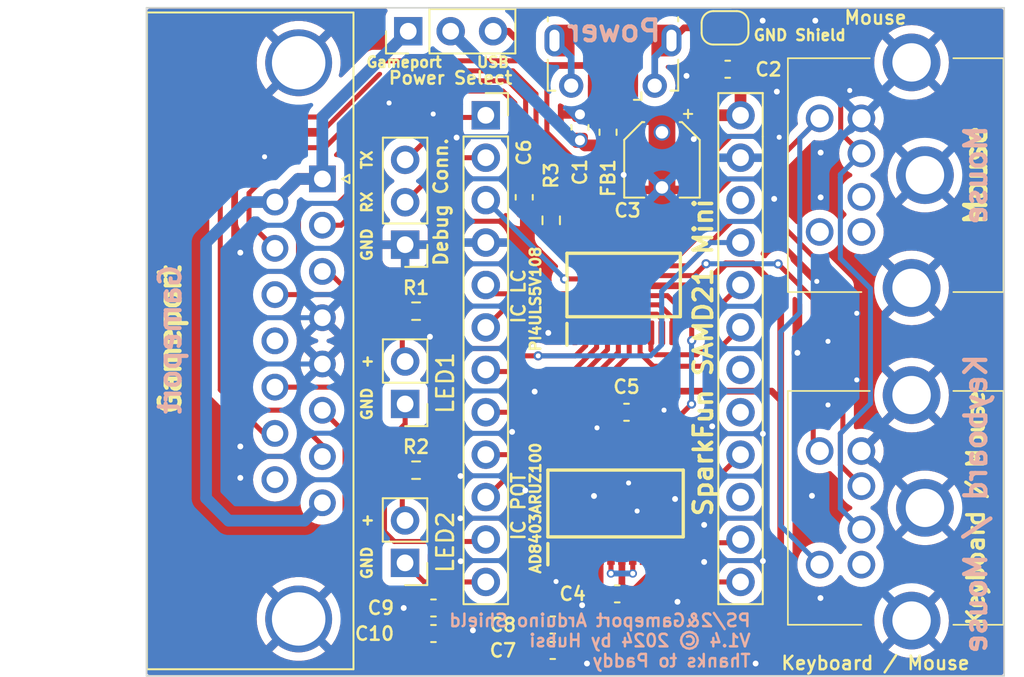
<source format=kicad_pcb>
(kicad_pcb (version 20221018) (generator pcbnew)
  (title_block (title "USB to PS/2 & Gameport HAT for Arduino Pro Mini") (date "2024-02-21") (rev "1.4") (company "© 2019 by Deadman") (comment 1 "Thanks to Paddy"))
  (layers (0 "F.Cu" signal) (31 "B.Cu" signal) (34 "B.Paste" user) (35 "F.Paste" user) (36 "B.SilkS" user "B.Silkscreen") (37 "F.SilkS" user "F.Silkscreen") (38 "B.Mask" user) (39 "F.Mask" user) (44 "Edge.Cuts" user))
  (net 0 "")
  (net 1 "/Reset")
  (net 2 "GND")
  (net 3 "+5V")
  (net 4 "/W1(Joy1X)")
  (net 5 "/W3(Joy2X)")
  (net 6 "/W4(Joy2Y)")
  (net 7 "/W2(Joy1Y)")
  (net 8 "/D7(JoyButton4)")
  (net 9 "/D6(JoyButton3)")
  (net 10 "/D5(JoyButton2)")
  (net 11 "/D4(JoyButton1)")
  (net 12 "/D13(SCK)")
  (net 13 "/D11(MOSI)")
  (net 14 "/+5V(Gameport)")
  (net 15 "/+5V(USB)")
  (net 16 "VCC")
  (net 17 "/D1(Tx)")
  (net 18 "/D0(Rx)")
  (net 19 "/D8(EXT_LED1)")
  (net 20 "/D9(EXT_LED2)")
  (net 21 "Net-(IC_LC1-EN)")
  (net 22 "Net-(IC_LC1-B8)")
  (net 23 "Net-(IC_LC1-B7)")
  (net 24 "Net-(IC_LC1-B6)")
  (net 25 "Net-(IC_LC1-B5)")
  (net 26 "Net-(Gameport1-P10)")
  (net 28 "Net-(IC_LC1-B2)")
  (net 29 "Net-(IC_LC1-B1)")
  (net 30 "/D10(SS)")
  (net 32 "Net-(Gameport1-P14)")
  (net 33 "/D2(PS2_DATA1)")
  (net 34 "/D3(PS2_CLOCK1)")
  (net 35 "/A3(PS2_DATA2)")
  (net 36 "/A2(PS2_CLOCK2)")
  (net 38 "Net-(LED1-Pin_2)")
  (net 39 "Net-(LED2-Pin_2)")
  (net 40 "Net-(Shield GND1-A)")
  (net 46 "/D12(MISO)")
  (net 51 "Net-(C1-Pad1)")
  (footprint "Capacitor_SMD:C_0603_1608Metric" (layer "F.Cu") (at 121.16 41.82 180)
    (fp_text reference "C2")
    (fp_text value "100nF")
  )
  (footprint "Connector_PinSocket_2.54mm:PinSocket_1x12_P2.54mm_Vertical" (layer "F.Cu") (at 121.926354 44.577224)
    (fp_text reference "P2" hide)
    (fp_text value "Analog")
  )
  (footprint "Capacitor_SMD:C_0603_1608Metric" (layer "F.Cu") (at 114.55 73.23 180)
    (fp_text reference "C4")
    (fp_text value "100nF")
  )
  (footprint "Capacitor_SMD:C_0603_1608Metric" (layer "F.Cu") (at 115.105354 62.357224 180)
    (fp_text reference "C5")
    (fp_text value "100nF")
  )
  (footprint "Connector_PinHeader_2.54mm:PinHeader_1x03_P2.54mm_Vertical" (layer "F.Cu") (at 101.860354 52.324224 180)
    (fp_text reference "Debug Conn1" hide)
    (fp_text value "3-pin header")
  )
  (footprint "Connector_PinSocket_2.54mm:PinSocket_1x12_P2.54mm_Vertical" (layer "F.Cu") (at 106.686354 44.577224)
    (fp_text reference "P1" hide)
    (fp_text value "Digital")
  )
  (footprint "SamacSys_Parts:SOP65P640X120-24N" (layer "F.Cu") (at 114.500354 67.817224 90)
    (fp_text reference "IC_POT1" hide)
    (fp_text value "AD8403ARUZ100")
  )
  (footprint "Capacitor_SMD:C_0603_1608Metric" (layer "F.Cu") (at 112.32 45.3 90)
    (fp_text reference "C1")
    (fp_text value "10nF")
  )
  (footprint "Capacitor_SMD:CP_Elec_4x5.4" (layer "F.Cu") (at 117.227354 47.244224 -90)
    (fp_text reference "C3")
    (fp_text value "10uF")
  )
  (footprint "Resistor_SMD:R_0603_1608Metric" (layer "F.Cu") (at 102.515354 65.825224 180)
    (fp_text reference "R2")
    (fp_text value "330R")
  )
  (footprint "Package_SO:TSSOP-20_4.4x6.5mm_P0.65mm" (layer "F.Cu") (at 114.941354 54.737224 90)
    (fp_text reference "IC_LC1" hide)
    (fp_text value "PI4ULS5V108")
  )
  (footprint "Resistor_SMD:R_0603_1608Metric" (layer "F.Cu") (at 102.515354 56.305224 180)
    (fp_text reference "R1")
    (fp_text value "330R")
  )
  (footprint "Connector_Dsub:DSUB-15_Male_Horizontal_P2.77x2.84mm_EdgePinOffset7.70mm_Housed_MountingHolesOffset9.12mm" (layer "F.Cu") (at 96.91 48.387224 -90)
    (fp_text reference "Gameport1" hide)
    (fp_text value "DB15 (Male)")
  )
  (footprint "Capacitor_SMD:C_0603_1608Metric" (layer "F.Cu") (at 108.985354 49.485224 -90)
    (fp_text reference "C6")
    (fp_text value "10nF")
  )
  (footprint "Capacitor_SMD:C_0603_1608Metric" (layer "F.Cu") (at 110.690354 75.095224 180)
    (fp_text reference "C8")
    (fp_text value "15nF")
  )
  (footprint "Capacitor_SMD:C_0603_1608Metric" (layer "F.Cu") (at 103.555354 75.605224)
    (fp_text reference "C10")
    (fp_text value "15nF")
  )
  (footprint "Capacitor_SMD:C_0603_1608Metric" (layer "F.Cu") (at 110.690354 76.619224 180)
    (fp_text reference "C7")
    (fp_text value "15nF")
  )
  (footprint "Capacitor_SMD:C_0603_1608Metric" (layer "F.Cu") (at 103.555354 74.075224 180)
    (fp_text reference "C9")
    (fp_text value "15nF")
  )
  (footprint "Connector_USB:USB_Micro-B_Molex-105017-0001" (layer "F.Cu") (at 114.295354 41.338724 180)
    (fp_text reference "USB Power1" hide)
    (fp_text value "USB_B_Micro")
  )
  (footprint "Inductor_SMD:L_0603_1608Metric" (layer "F.Cu") (at 114 45.59 -90)
    (fp_text reference "FB1")
    (fp_text value "Ferrite_Bead")
  )
  (footprint "Jumper:SolderJumper-2_P1.3mm_Open_RoundedPad1.0x1.5mm" (layer "F.Cu") (at 121 39.34)
    (fp_text reference "Shield GND1" hide)
    (fp_text value "SolderJumper_2_Open")
  )
  (footprint "Connector_PinHeader_2.54mm:PinHeader_1x03_P2.54mm_Vertical" (layer "F.Cu") (at 102.045354 39.545224 90)
    (fp_text reference "5V Select1" hide)
    (fp_text value "Jumper 3-pin")
  )
  (footprint "SamacSys_Parts:KMDGX6SBS" (layer "F.Cu") (at 129.16 66.78 -90)
    (fp_text reference "J_PS/2_2")
    (fp_text value "Keyboard / Mouse")
  )
  (footprint "" (layer "F.Cu") (at 117.185354 45.585224)
    (fp_text reference "")
    (fp_text value "")
  )
  (footprint "Connector_PinHeader_2.54mm:PinHeader_1x02_P2.54mm_Vertical" (layer "F.Cu") (at 101.860354 61.859224 180)
    (fp_text reference "LED1")
    (fp_text value "2-pin header")
  )
  (footprint "SamacSys_Parts:KMDGX6SBS" (layer "F.Cu") (at 129.16 46.86 -90)
    (fp_text reference "J_PS/2_1" hide)
    (fp_text value "Mouse")
  )
  (footprint "Resistor_SMD:R_0603_1608Metric" (layer "F.Cu") (at 110.6 50.865224 90)
    (fp_text reference "R3")
    (fp_text value "200k")
  )
  (footprint "Connector_PinHeader_2.54mm:PinHeader_1x02_P2.54mm_Vertical" (layer "F.Cu") (at 101.855354 71.375224 180)
    (fp_text reference "LED2")
    (fp_text value "2-pin header")
  )
  (footprint "" (layer "F.Cu") (at 117.205354 48.905224)
    (fp_text reference "")
    (fp_text value "")
  )
  (gr_line (start 86.39 78.14) (end 86.39 38.14) (stroke (width 0.1)) (layer "Edge.Cuts"))
  (gr_line (start 137.7 78.14) (end 86.39 78.14) (stroke (width 0.1)) (layer "Edge.Cuts"))
  (gr_line (start 86.39 38.14) (end 137.7 38.14) (stroke (width 0.1)) (layer "Edge.Cuts"))
  (gr_line (start 137.7 38.14) (end 137.7 78.14) (stroke (width 0.1)) (layer "Edge.Cuts"))
  (gr_text "PS/2&Gameport Arduino Shield\nV1.4 © 2024 by Hubsi\nThanks to Paddy\n" (at 122.61 76.03) (layer "B.SilkS") (effects (font (size 0.75 0.75)) (justify left mirror)))
  (gr_text "Mouse" (at 136 48.16 90) (layer "B.SilkS") (effects (font (size 1.27 1.27) (thickness 0.254) bold) (justify mirror)))
  (gr_text "Gameport" (at 87.8 58 90) (layer "B.SilkS") (effects (font (size 1.25 1.25) (thickness 0.25) bold) (justify mirror)))
  (gr_text "Power" (at 114.35 39.52) (layer "B.SilkS") (effects (font (size 1.25 1.25) (thickness 0.25) bold) (justify mirror)))
  (gr_text "Keyboard / Mouse" (at 136 67.84 90) (layer "B.SilkS") (effects (font (size 1.27 1.27) (thickness 0.254) bold) (justify mirror)))
  (gr_text "GND" (at 99.574354 52.324224 90) (layer "F.SilkS") (effects (font (size 0.63 0.63))))
  (gr_text "RX" (at 99.574354 49.784224 90) (layer "F.SilkS") (effects (font (size 0.63 0.63))))
  (gr_text "TX" (at 99.574354 47.244224 90) (layer "F.SilkS") (effects (font (size 0.63 0.63))))
  (gr_text "+" (at 99.574354 59.319224 90) (layer "F.SilkS") (effects (font (size 0.63 0.63))))
  (gr_text "+" (at 99.574354 68.835224 90) (layer "F.SilkS") (effects (font (size 0.63 0.63))))
  (gr_text "Gameport" (at 101.795354 41.395224) (layer "F.SilkS") (effects (font (size 0.63 0.63))))
  (gr_text "USB" (at 107.115354 41.395224) (layer "F.SilkS") (effects (font (size 0.63 0.63))))
  (gr_text "IC LC" (at 108.64 55.41 90) (layer "F.SilkS") (effects (font (size 0.8 0.8) (thickness 0.15) bold)))
  (gr_text "Mouse" (at 130 38.26) (layer "F.SilkS") (effects (font (size 0.8 0.8)) (justify top)))
  (gr_text "IC POT" (at 108.64 67.99 90) (layer "F.SilkS") (effects (font (size 0.8 0.8) (thickness 0.15) bold)))
  (gr_text "GND" (at 99.574354 71.375224 90) (layer "F.SilkS") (effects (font (size 0.63 0.63))))
  (gr_text "Keyboard / Mouse" (at 130 77.84) (layer "F.SilkS") (effects (font (size 0.8 0.8)) (justify bottom)))
  (gr_text "GND Shield" (at 125.47 39.78) (layer "F.SilkS") (effects (font (size 0.65 0.65) (thickness 0.15) bold)))
  (gr_text "GND" (at 99.575354 61.859224 90) (layer "F.SilkS") (effects (font (size 0.63 0.63))))
  (gr_text "Power Select" (at 100.8 42.78) (layer "F.SilkS") (effects (font (size 0.75 0.75)) (justify left bottom)))
  (gr_text "Gameport" (at 87.8 58 90) (layer "F.SilkS") (effects (font (size 1.25 1.25) (thickness 0.25) bold)))
  (gr_text "Debug Conn." (at 104 49.76 90) (layer "F.SilkS") (effects (font (size 0.8 0.8) (thickness 0.16) bold)))
  (gr_text "SparkFun SAMD21 Mini" (at 119.695354 59.075224 90) (layer "F.SilkS") (effects (font (size 1.1 1.1) (thickness 0.22) bold)))
  (segment (start 117.547854 55.375224) (end 119.005354 56.832724) (width 0.3) (layer "F.Cu") (net 1))
  (segment (start 118.995354 61.865224) (end 116.775354 64.085224) (width 0.3) (layer "F.Cu") (net 1))
  (segment (start 116.775354 64.085224) (end 116.775354 64.879224) (width 0.3) (layer "F.Cu") (net 1))
  (segment (start 115.055354 54.375224) (end 116.055354 55.375224) (width 0.3) (layer "F.Cu") (net 1))
  (segment (start 116.055354 55.375224) (end 117.547854 55.375224) (width 0.3) (layer "F.Cu") (net 1))
  (segment (start 119.005354 56.832724) (end 119.005354 58.065224) (width 0.3) (layer "F.Cu") (net 1))
  (segment (start 111.405354 54.375224) (end 115.055354 54.375224) (width 0.3) (layer "F.Cu") (net 1))
  (via (at 118.995354 61.865224) (size 0.55) (drill 0.3) (layers "F.Cu" "B.Cu") (net 1))
  (via (at 111.405354 54.375224) (size 0.55) (drill 0.3) (layers "F.Cu" "B.Cu") (net 1))
  (via (at 119.005354 58.065224) (size 0.55) (drill 0.3) (layers "F.Cu" "B.Cu") (net 1))
  (segment (start 111.405354 54.375224) (end 111.404354 54.375224) (width 0.3) (layer "B.Cu") (net 1))
  (segment (start 118.995354 58.075224) (end 119.005354 58.065224) (width 0.3) (layer "B.Cu") (net 1))
  (segment (start 111.404354 54.375224) (end 106.686354 49.657224) (width 0.3) (layer "B.Cu") (net 1))
  (segment (start 118.995354 61.865224) (end 118.995354 58.075224) (width 0.3) (layer "B.Cu") (net 1))
  (segment (start 115.74 68.27) (end 116.125354 68.655354) (width 0.4) (layer "F.Cu") (net 2))
  (segment (start 102.780354 74.075224) (end 102.800354 74.075224) (width 0.4) (layer "F.Cu") (net 2))
  (segment (start 94.76 65) (end 93.36 65) (width 0.3) (layer "F.Cu") (net 2))
  (segment (start 123.26 71.24) (end 120.62 71.24) (width 0.3) (layer "F.Cu") (net 2))
  (segment (start 115.475354 66.344646) (end 115.225354 66.594646) (width 0.4) (layer "F.Cu") (net 2))
  (segment (start 108 53.47) (end 105.39 53.47) (width 0.3) (layer "F.Cu") (net 2))
  (segment (start 111.477854 75.095224) (end 111.477854 76.619224) (width 0.4) (layer "F.Cu") (net 2))
  (segment (start 112.875354 63.762724) (end 112.875354 64.879224) (width 0.4) (layer "F.Cu") (net 2))
  (segment (start 110.925354 72.484646) (end 110.925354 70.758724) (width 0.4) (layer "F.Cu") (net 2))
  (segment (start 121.65 40.31) (end 121.65 39.34) (width 0.4) (layer "F.Cu") (net 2))
  (segment (start 107.89 50.92) (end 105.385 50.92) (width 0.3) (layer "F.Cu") (net 2))
  (segment (start 114.935354 48.190724) (end 114.935354 48.145224) (width 0.4) (layer "F.Cu") (net 2))
  (segment (start 113.391854 63.246224) (end 112.875354 63.762724) (width 0.4) (layer "F.Cu") (net 2))
  (segment (start 120.385 41.82) (end 120.385 40.705) (width 0.4) (layer "F.Cu") (net 2))
  (segment (start 102.800354 74.075224) (end 104.330354 75.605224) (width 0.3) (layer "F.Cu") (net 2))
  (segment (start 113.391854 63.246224) (end 114.280854 62.357224) (width 0.4) (layer "F.Cu") (net 2))
  (segment (start 115.225354 66.594646) (end 115.225354 66.595224) (width 0.4) (layer "F.Cu") (net 2))
  (segment (start 102.780354 74.075224) (end 101.775354 74.075224) (width 0.4) (layer "F.Cu") (net 2))
  (segment (start 123.2 68.7) (end 120.59 68.7) (width 0.3) (layer "F.Cu") (net 2))
  (segment (start 113.775 73.23) (end 113.525354 72.980354) (width 0.4) (layer "F.Cu") (net 2))
  (segment (start 121.26 40.7) (end 121.65 40.31) (width 0.4) (layer "F.Cu") (net 2))
  (segment (start 113.790276 73.214724) (end 113.850354 73.214724) (width 0.4) (layer "F.Cu") (net 2))
  (segment (start 116.125354 68.655354) (end 116.125354 70.755224) (width 0.4) (layer "F.Cu") (net 2))
  (segment (start 115.475354 64.879224) (end 115.475354 66.344646) (width 0.4) (layer "F.Cu") (net 2))
  (segment (start 112.32 44.525) (end 112.995354 43.849646) (width 0.4) (layer "F.Cu") (net 2))
  (segment (start 107.995 68.7) (end 105.385 68.7) (width 0.3) (layer "F.Cu") (net 2))
  (segment (start 112.995354 43.849646) (end 112.995354 42.801224) (width 0.4) (layer "F.Cu") (net 2))
  (segment (start 113.525354 72.980354) (end 113.525354 70.755224) (width 0.4) (layer "F.Cu") (net 2))
  (segment (start 123.16 63.64) (end 120.55 63.64) (width 0.3) (layer "F.Cu") (net 2))
  (segment (start 119.373289 40.7) (end 121.26 40.7) (width 0.4) (layer "F.Cu") (net 2))
  (via (at 128.88 56.43) (size 0.45) (drill 0.3) (layers "F.Cu" "B.Cu") (net 2))
  (via (at 105.165354 68.705224) (size 0.7) (drill 0.35) (layers "F.Cu" "B.Cu") (net 2))
  (via (at 103.345354 57.835224) (size 0.7) (drill 0.35) (layers "F.Cu" "B.Cu") (net 2))
  (via (at 113.16 67.37) (size 0.7) (drill 0.35) (layers "F.Cu" "B.Cu") (net 2))
  (via (at 127.16 61.92) (size 0.45) (drill 0.3) (layers "F.Cu" "B.Cu") (net 2))
  (via (at 128.88 60.42) (size 0.45) (drill 0.3) (layers "F.Cu" "B.Cu") (net 2))
  (via (at 126.71 73.48) (size 0.7) (drill 0.35) (layers "F.Cu" "B.Cu") (net 2))
  (via (at 108.26 63.53) (size 0.7) (drill 0.35) (layers "F.Cu" "B.Cu") (net 2))
  (via (at 124.1 43.16) (size 0.7) (drill 0.35) (layers "F.Cu" "B.Cu") (net 2))
  (via (at 123.265354 71.265224) (size 0.7) (drill 0.35) (layers "F.Cu" "B.Cu") (net 2))
  (via (at 123.94 49.58) (size 0.7) (drill 0.35) (layers "F.Cu" "B.Cu") (net 2))
  (via (at 119.75 69.1) (size 0.7) (drill 0.35) (layers "F.Cu" "B.Cu") (net 2))
  (via (at 112.74 77.4) (size 0.7) (drill 0.35) (layers "F.Cu" "B.Cu") (net 2))
  (via (at 104.94 45.91) (size 0.7) (drill 0.35) (layers "F.Cu" "B.Cu") (net 2))
  (via (at 123.25 38.91) (size 0.7) (drill 0.35) (layers "F.Cu" "B.Cu") (net 2))
  (via (at 126.4 38.91) (size 0.7) (drill 0.35) (layers "F.Cu" "B.Cu") (net 2))
  (via (at 125.33 58.8) (size 0.7) (drill 0.35) (layers "F.Cu" "B.Cu") (net 2))
  (via (at 126.72 46.81) (size 0.7) (drill 0.35) (layers "F.Cu" "B.Cu") (net 2))
  (via (at 105.175354 66.175224) (size 0.7) (drill 0.35) (layers "F.Cu" "B.Cu") (net 2))
  (via (at 126.49 54.52) (size 0.45) (drill 0.3) (layers "F.Cu" "B.Cu") (net 2))
  (via (at 110.425354 57.605224) (size 0.7) (drill 0.35) (layers "F.Cu" "B.Cu") (net 2))
  (via (at 115.23 66.59) (size 0.45) (drill 0.3) (layers "F.Cu" "B.Cu") (net 2))
  (via (at 119.13 46) (size 0.7) (drill 0.35) (layers "F.Cu" "B.Cu") (net 2))
  (via (at 119.75 71.32) (size 0.7) (drill 0.35) (layers "F.Cu" "B.Cu") (net 2))
  (via (at 128.46 43.09) (size 0.45) (drill 0.3) (layers "F.Cu" "B.Cu") (net 2))
  (via (at 93.45 47.06) (size 0.45) (drill 0.3) (layers "F.Cu" "B.Cu") (net 2))
  (via (at 114.935354 48.145224) (size 0.7) (drill 0.35) (layers "F.Cu" "B.Cu") (net 2))
  (via (at 117.35 62.23) (size 0.55) (drill 0.3) (layers "F.Cu" "B.Cu") (net 2))
  (via (at 100.9 43.84) (size 0.45) (drill 0.3) (layers "F.Cu" "B.Cu") (net 2))
  (via (at 101.775354 74.075224) (size 0.7) (drill 0.35) (layers "F.Cu" "B.Cu") (net 2))
  (via (at 103.54 44.5) (size 0.45) (drill 0.3) (layers "F.Cu" "B.Cu") (net 2))
  (via (at 122.83 77.4) (size 0.7) (drill 0.35) (layers "F.Cu" "B.Cu") (net 2))
  (via (at 124.24 45.89) (size 0.45) (drill 0.3) (layers "F.Cu" "B.Cu") (net 2))
  (via (at 120.23 63.2) (size 0.7) (drill 0.35) (layers "F.Cu" "B.Cu") (net 2))
  (via (at 92 64.405224) (size 0.7) (drill 0.35) (layers "F.Cu" "B.Cu") (net 2))
  (via (at 109.05 67.04) (size 0.7) (drill 0.35) (layers "F.Cu" "B.Cu") (net 2))
  (via (at 127.16 58.11) (size 0.45) (drill 0.3) (layers "F.Cu" "B.Cu") (net 2))
  (via (at 110.89 72.49) (size 0.45) (drill 0.3) (layers "F.Cu" "B.Cu") (net 2))
  (via (at 105.915354 75.415224) (size 0.7) (drill 0.35) (layers "F.Cu" "B.Cu") (net 2))
  (via (at 126.72 49.49) (size 0.7) (drill 0.35) (layers "F.Cu" "B.Cu") (net 2))
  (via (at 112.45 73.91) (size 0.7) (drill 0.35) (layers "F.Cu" "B.Cu") (net 2))
  (via (at 126.2 67.36) (size 0.7) (drill 0.35) (layers "F.Cu" "B.Cu") (net 2))
  (via (at 92 66.285224) (size 0.7) (drill 0.35) (layers "F.Cu" "B.Cu") (net 2))
  (via (at 112.32 44.525) (size 0.9) (drill 0.6) (layers "F.Cu" "B.Cu") (net 2))
  (via (at 123.265354 63.645224) (size 0.7) (drill 0.35) (layers "F.Cu" "B.Cu") (net 2))
  (via (at 118.695354 42.215224) (size 0.7) (drill 0.35) (layers "F.Cu" "B.Cu") (net 2))
  (via (at 105.185354 71.275224) (size 0.7) (drill 0.35) (layers "F.Cu" "B.Cu") (net 2))
  (via (at 118.01 67.55) (size 0.7) (drill 0.35) (layers "F.Cu" "B.Cu") (net 2))
  (via (at 113.34 63.29) (size 0.45) (drill 0.3) (layers "F.Cu" "B.Cu") (net 2))
  (via (at 92 52.8) (size 0.7) (drill 0.35) (layers "F.Cu" "B.Cu") (net 2))
  (via (at 118.155354 73.705224) (size 0.7) (drill 0.35) (layers "F.Cu" "B.Cu") (net 2))
  (via (at 109.61 61.12) (size 0.7) (drill 0.35) (layers "F.Cu" "B.Cu") (net 2))
  (via (at 115.74 68.27) (size 0.45) (drill 0.3) (layers "F.Cu" "B.Cu") (net 2))
  (segment (start 94.76 65) (end 93.36 65) (width 0.3) (layer "B.Cu") (net 2))
  (segment (start 107.975 48.38) (end 105.365 48.38) (width 0.3) (layer "B.Cu") (net 2))
  (segment (start 97.63 52.54) (end 96.23 52.54) (width 0.3) (layer "B.Cu") (net 2))
  (segment (start 108.025 63.62) (end 105.415 63.62) (width 0.3) (layer "B.Cu") (net 2))
  (segment (start 97.66 66.4) (end 96.26 66.4) (width 0.3) (layer "B.Cu") (net 2))
  (segment (start 123.225 71.24) (end 120.615 71.24) (width 0.3) (layer "B.Cu") (net 2))
  (segment (start 108.005 66.16) (end 105.395 66.16) (width 0.3) (layer "B.Cu") (net 2))
  (segment (start 123.195 68.7) (end 120.585 68.7) (width 0.3) (layer "B.Cu") (net 2))
  (segment (start 107.995 58.54) (end 105.385 58.54) (width 0.3) (layer "B.Cu") (net 2))
  (segment (start 97.58 55.31) (end 96.18 55.31) (width 0.3) (layer "B.Cu") (net 2))
  (segment (start 123.165 63.64) (end 120.555 63.64) (width 0.3) (layer "B.Cu") (net 2))
  (segment (start 94.81 51.16) (end 93.41 51.16) (width 0.3) (layer "B.Cu") (net 2))
  (segment (start 123.455 58.55) (end 120.845 58.55) (width 0.3) (layer "B.Cu") (net 2))
  (segment (start 96.91 59.467224) (end 93.26 59.467224) (width 0.3) (layer "B.Cu") (net 2))
  (segment (start 123.365 56.01) (end 120.755 56.01) (width 0.3) (layer "B.Cu") (net 2))
  (segment (start 108.035 61.08) (end 105.425 61.08) (width 0.3) (layer "B.Cu") (net 2))
  (segment (start 107.995 68.7) (end 105.385 68.7) (width 0.3) (layer "B.Cu") (net 2))
  (segment (start 108.015 56) (end 105.405 56) (width 0.3) (layer "B.Cu") (net 2))
  (segment (start 123.285 48.39) (end 120.675 48.39) (width 0.3) (layer "B.Cu") (net 2))
  (segment (start 96.91 56.697224) (end 93.26 56.697224) (width 0.3) (layer "B.Cu") (net 2))
  (segment (start 123.215 66.18) (end 120.605 66.18) (width 0.3) (layer "B.Cu") (net 2))
  (segment (start 94.78 53.92) (end 93.38 53.92) (width 0.3) (layer "B.Cu") (net 2))
  (segment (start 123.265 45.84) (end 120.675 45.84) (width 0.3) (layer "B.Cu") (net 2))
  (segment (start 107.995 53.47) (end 105.385 53.47) (width 0.3) (layer "B.Cu") (net 2))
  (segment (start 123.355 50.93) (end 120.745 50.93) (width 0.3) (layer "B.Cu") (net 2))
  (segment (start 107.945 45.86) (end 105.335 45.86) (width 0.3) (layer "B.Cu") (net 2))
  (segment (start 123.235 61.09) (end 120.625 61.09) (width 0.3) (layer "B.Cu") (net 2))
  (segment (start 97.6 63.61) (end 96.2 63.61) (width 0.3) (layer "B.Cu") (net 2))
  (segment (start 97.66 49.85) (end 96.36 49.85) (width 0.3) (layer "B.Cu") (net 2))
  (segment (start 107.995 71.24) (end 105.385 71.24) (width 0.3) (layer "B.Cu") (net 2))
  (segment (start 135.895354 46.845224) (end 133.944854 44.894724) (width 0.7) (layer "F.Cu") (net 3))
  (segment (start 113.992078 44.8025) (end 116.58563 44.8025) (width 0.7) (layer "F.Cu") (net 3))
  (segment (start 134.760578 71.54) (end 135.895354 70.405224) (width 0.7) (layer "F.Cu") (net 3))
  (segment (start 115.085354 53.445224) (end 116.425354 54.785224) (width 0.4) (layer "F.Cu") (net 3))
  (segment (start 115.325 73.23) (end 116.775354 71.779646) (width 0.4) (layer "F.Cu") (net 3))
  (segment (start 123.793614 61.093614) (end 124.33 61.63) (width 0.4) (layer "F.Cu") (net 3))
  (segment (start 111.575354 63.604646) (end 114.086386 61.093614) (width 0.4) (layer "F.Cu") (net 3))
  (segment (start 112.225354 70.755224) (end 112.225354 69.617724) (width 0.4) (layer "F.Cu") (net 3))
  (segment (start 113.988854 44.805724) (end 113.992078 44.8025) (width 0.7) (layer "F.Cu") (net 3))
  (segment (start 114.175354 64.879224) (end 114.175354 63.966724) (width 0.4) (layer "F.Cu") (net 3))
  (segment (start 119.719354 54.785224) (end 121.030964 53.473614) (width 0.4) (layer "F.Cu") (net 3))
  (segment (start 121.030964 53.473614) (end 122.673744 53.473614) (width 0.4) (layer "F.Cu") (net 3))
  (segment (start 116.125354 64.879224) (end 116.125354 62.602224) (width 0.4) (layer "F.Cu") (net 3))
  (segment (start 117.260224 75.165224) (end 128.004776 75.165224) (width 0.7) (layer "F.Cu") (net 3))
  (segment (start 128.004776 75.165224) (end 131.63 71.54) (width 0.7) (layer "F.Cu") (net 3))
  (segment (start 111.885354 53.445224) (end 115.085354 53.445224) (width 0.4) (layer "F.Cu") (net 3))
  (segment (start 121.926354 41.828646) (end 121.926354 44.577224) (width 0.7) (layer "F.Cu") (net 3))
  (segment (start 114.247854 69.265224) (end 114.825354 69.842724) (width 0.4) (layer "F.Cu") (net 3))
  (segment (start 116.125354 62.602224) (end 115.880354 62.357224) (width 0.4) (layer "F.Cu") (net 3))
  (segment (start 121.922644 44.573514) (end 117 44.573514) (width 0.7) (layer "F.Cu") (net 3))
  (segment (start 114.83 70.75987) (end 114.825354 70.755224) (width 0.4) (layer "F.Cu") (net 3))
  (segment (start 114.825354 69.842724) (end 114.825354 70.755224) (width 0.4) (layer "F.Cu") (net 3))
  (segment (start 110.6 52.15987) (end 111.885354 53.445224) (width 0.4) (layer "F.Cu") (net 3))
  (segment (start 112.225354 69.617724) (end 112.577854 69.265224) (width 0.4) (layer "F.Cu") (net 3))
  (segment (start 122.673744 53.473614) (end 124.33 55.12987) (width 0.4) (layer "F.Cu") (net 3))
  (segment (start 135.895354 70.405224) (end 135.895354 46.845224) (width 0.7) (layer "F.Cu") (net 3))
  (segment (start 116.775354 71.779646) (end 116.775354 70.755224) (width 0.4) (layer "F.Cu") (net 3))
  (segment (start 115.325 73.23) (end 117.260224 75.165224) (width 0.7) (layer "F.Cu") (net 3))
  (segment (start 131.63 71.54) (end 134.760578 71.54) (width 0.7) (layer "F.Cu") (net 3))
  (segment (start 114.83 72.735) (end 114.83 70.75987) (width 0.4) (layer "F.Cu") (net 3))
  (segment (start 116.775354 70.755224) (end 116.775354 66.875224) (width 0.4) (layer "F.Cu") (net 3))
  (segment (start 133.944854 44.894724) (end 131.834724 44.894724) (width 0.7) (layer "F.Cu") (net 3))
  (segment (start 115.880354 62.332724) (end 117.119464 61.093614) (width 0.4) (layer "F.Cu") (net 3))
  (segment (start 116.425354 54.785224) (end 119.719354 54.785224) (width 0.4) (layer "F.Cu") (net 3))
  (segment (start 116.125354 66.225224) (end 116.125354 64.879224) (width 0.4) (layer "F.Cu") (net 3))
  (segment (start 114.086386 61.093614) (end 117.119464 61.093614) (width 0.4) (layer "F.Cu") (net 3))
  (segment (start 114.175354 63.966724) (end 115.784854 62.357224) (width 0.4) (layer "F.Cu") (net 3))
  (segment (start 116.775354 66.875224) (end 116.125354 66.225224) (width 0.4) (layer "F.Cu") (net 3))
  (segment (start 117.119464 61.093614) (end 123.793614 61.093614) (width 0.4) (layer "F.Cu") (net 3))
  (segment (start 112.577854 69.265224) (end 114.247854 69.265224) (width 0.4) (layer "F.Cu") (net 3))
  (segment (start 128.76 41.82) (end 121.935 41.82) (width 0.7) (layer "F.Cu") (net 3))
  (segment (start 121.935 41.82) (end 121.926354 41.828646) (width 0.7) (layer "F.Cu") (net 3))
  (segment (start 115.325 73.23) (end 114.83 72.735) (width 0.4) (layer "F.Cu") (net 3))
  (segment (start 110.6 51.690224) (end 110.6 52.15987) (width 0.4) (layer "F.Cu") (net 3))
  (segment (start 124.33 55.12987) (end 124.33 75.155224) (width 0.4) (layer "F.Cu") (net 3))
  (segment (start 111.575354 64.879224) (end 111.575354 63.604646) (width 0.4) (layer "F.Cu") (net 3))
  (segment (start 131.834724 44.894724) (end 128.76 41.82) (width 0.7) (layer "F.Cu") (net 3))
  (segment (start 108.435354 69.474935) (end 108.435354 73.365224) (width 0.3) (layer "F.Cu") (net 4))
  (segment (start 107.415354 74.385224) (end 104.640354 74.385224) (width 0.3) (layer "F.Cu") (net 4))
  (segment (start 100.045354 56.705224) (end 97.267354 53.927224) (width 0.3) (layer "F.Cu") (net 4))
  (segment (start 112.225354 65.684935) (end 108.435354 69.474935) (width 0.3) (layer "F.Cu") (net 4))
  (segment (start 112.225354 64.879224) (end 112.225354 65.684935) (width 0.3) (layer "F.Cu") (net 4))
  (segment (start 110.925354 64.879224) (end 110.925354 65.916724) (width 0.3) (layer "F.Cu") (net 4))
  (segment (start 100.045354 72.195224) (end 100.045354 56.705224) (width 0.3) (layer "F.Cu") (net 4))
  (segment (start 103.500354 73.245224) (end 101.095354 73.245224) (width 0.3) (layer "F.Cu") (net 4))
  (segment (start 104.330354 74.075224) (end 103.500354 73.245224) (width 0.3) (layer "F.Cu") (net 4))
  (segment (start 101.095354 73.245224) (end 100.045354 72.195224) (width 0.3) (layer "F.Cu") (net 4))
  (segment (start 97.267354 53.927224) (end 96.91 53.927224) (width 0.3) (layer "F.Cu") (net 4))
  (segment (start 104.640354 74.385224) (end 104.330354 74.075224) (width 0.3) (layer "F.Cu") (net 4))
  (segment (start 110.925354 65.916724) (end 111.258919 66.250289) (width 0.3) (layer "F.Cu") (net 4))
  (segment (start 111.258919 66.250289) (end 111.640289 66.250289) (width 0.3) (layer "F.Cu") (net 4))
  (segment (start 108.435354 73.365224) (end 107.415354 74.385224) (width 0.3) (layer "F.Cu") (net 4))
  (segment (start 114.825354 64.879224) (end 114.825354 65.691724) (width 0.3) (layer "F.Cu") (net 5))
  (segment (start 103.660354 76.485224) (end 102.780354 75.605224) (width 0.3) (layer "F.Cu") (net 5))
  (segment (start 113.525354 66.259685) (end 113.525354 64.879224) (width 0.3) (layer "F.Cu") (net 5))
  (segment (start 99.465354 57.192346) (end 97.585232 55.312224) (width 0.3) (layer "F.Cu") (net 5))
  (segment (start 97.585232 55.312224) (end 94.07 55.312224) (width 0.3) (layer "F.Cu") (net 5))
  (segment (start 109.155354 73.955224) (end 106.625354 76.485224) (width 0.3) (layer "F.Cu") (net 5))
  (segment (start 112.730893 66.259685) (end 109.155354 69.835224) (width 0.3) (layer "F.Cu") (net 5))
  (segment (start 106.625354 76.485224) (end 103.660354 76.485224) (width 0.3) (layer "F.Cu") (net 5))
  (segment (start 102.780354 75.605224) (end 102.225354 75.605224) (width 0.3) (layer "F.Cu") (net 5))
  (segment (start 99.465354 72.845224) (end 99.465354 57.192346) (width 0.3) (layer "F.Cu") (net 5))
  (segment (start 113.680315 66.259685) (end 112.730893 66.259685) (width 0.3) (layer "F.Cu") (net 5))
  (segment (start 102.225354 75.605224) (end 99.465354 72.845224) (width 0.3) (layer "F.Cu") (net 5))
  (segment (start 109.155354 69.835224) (end 109.155354 73.955224) (width 0.3) (layer "F.Cu") (net 5))
  (segment (start 114.257393 66.259685) (end 113.680315 66.259685) (width 0.3) (layer "F.Cu") (net 5))
  (segment (start 114.825354 65.691724) (end 114.257393 66.259685) (width 0.3) (layer "F.Cu") (net 5))
  (segment (start 98.875354 73.515224) (end 98.875354 61.785224) (width 0.3) (layer "F.Cu") (net 6))
  (segment (start 102.441364 77.081234) (end 98.875354 73.515224) (width 0.3) (layer "F.Cu") (net 6))
  (segment (start 98.875354 61.785224) (end 97.942354 60.852224) (width 0.3) (layer "F.Cu") (net 6))
  (segment (start 115.48 69.30987) (end 114.623354 68.453224) (width 0.3) (layer "F.Cu") (net 6))
  (segment (start 97.942354 60.852224) (end 94.07 60.852224) (width 0.3) (layer "F.Cu") (net 6))
  (segment (start 114.175354 70.755224) (end 114.175354 72.01) (width 0.3) (layer "F.Cu") (net 6))
  (segment (start 107.449344 77.081234) (end 102.441364 77.081234) (width 0.3) (layer "F.Cu") (net 6))
  (segment (start 109.435354 75.095224) (end 107.449344 77.081234) (width 0.3) (layer "F.Cu") (net 6))
  (segment (start 111.647354 68.453224) (end 109.902854 70.197724) (width 0.3) (layer "F.Cu") (net 6))
  (segment (start 109.915354 75.095224) (end 109.435354 75.095224) (width 0.3) (layer "F.Cu") (net 6))
  (segment (start 114.623354 68.453224) (end 111.647354 68.453224) (width 0.3) (layer "F.Cu") (net 6))
  (segment (start 115.48 72.01) (end 115.48 69.30987) (width 0.3) (layer "F.Cu") (net 6))
  (segment (start 109.902854 70.197724) (end 109.902854 75.095224) (width 0.3) (layer "F.Cu") (net 6))
  (via (at 115.48 72.01) (size 0.5) (drill 0.3) (layers "F.Cu" "B.Cu") (net 6))
  (via (at 114.175354 72.01) (size 0.5) (drill 0.3) (layers "F.Cu" "B.Cu") (net 6))
  (segment (start 115.48 72.01) (end 114.175354 72.01) (width 0.35) (layer "B.Cu") (net 6))
  (segment (start 110.690354 75.831724) (end 109.902854 76.619224) (width 0.3) (layer "F.Cu") (net 7))
  (segment (start 112.875354 71.845224) (end 112.540289 72.180289) (width 0.3) (layer "F.Cu") (net 7))
  (segment (start 111.575354 70.755224) (end 111.575354 71.792724) (width 0.3) (layer "F.Cu") (net 7))
  (segment (start 112.875354 70.755224) (end 112.875354 71.845224) (width 0.3) (layer "F.Cu") (net 7))
  (segment (start 111.962919 72.180289) (end 112.540289 72.180289) (width 0.3) (layer "F.Cu") (net 7))
  (segment (start 111.575354 71.792724) (end 111.962919 72.180289) (width 0.3) (layer "F.Cu") (net 7))
  (segment (start 109.551354 76.619224) (end 108.455354 77.715224) (width 0.3) (layer "F.Cu") (net 7))
  (segment (start 101.805354 77.715224) (end 98.265354 74.175224) (width 0.3) (layer "F.Cu") (net 7))
  (segment (start 112.540289 72.180289) (end 110.690354 74.030224) (width 0.3) (layer "F.Cu") (net 7))
  (segment (start 109.915354 76.619224) (end 109.551354 76.619224) (width 0.3) (layer "F.Cu") (net 7))
  (segment (start 98.265354 74.175224) (end 98.265354 63.592578) (width 0.3) (layer "F.Cu") (net 7))
  (segment (start 98.265354 63.592578) (end 96.91 62.237224) (width 0.3) (layer "F.Cu") (net 7))
  (segment (start 108.455354 77.715224) (end 101.805354 77.715224) (width 0.3) (layer "F.Cu") (net 7))
  (segment (start 110.690354 74.030224) (end 110.690354 75.831724) (width 0.3) (layer "F.Cu") (net 7))
  (segment (start 106.752776 67.437224) (end 106.686354 67.437224) (width 0.3) (layer "F.Cu") (net 8))
  (segment (start 115.266354 57.687224) (end 115.266354 58.923646) (width 0.3) (layer "F.Cu") (net 8))
  (segment (start 115.266354 58.923646) (end 106.752776 67.437224) (width 0.3) (layer "F.Cu") (net 8))
  (segment (start 114.616354 57.687224) (end 114.616354 58.763646) (width 0.3) (layer "F.Cu") (net 9))
  (segment (start 114.616354 58.763646) (end 108.482776 64.897224) (width 0.3) (layer "F.Cu") (net 9))
  (segment (start 108.482776 64.897224) (end 106.686354 64.897224) (width 0.3) (layer "F.Cu") (net 9))
  (segment (start 110.212776 62.357224) (end 106.686354 62.357224) (width 0.3) (layer "F.Cu") (net 10))
  (segment (start 113.966354 58.603646) (end 110.212776 62.357224) (width 0.3) (layer "F.Cu") (net 10))
  (segment (start 113.966354 57.687224) (end 113.966354 58.603646) (width 0.3) (layer "F.Cu") (net 10))
  (segment (start 113.316354 57.687224) (end 113.316354 58.483646) (width 0.3) (layer "F.Cu") (net 11))
  (segment (start 113.316354 58.483646) (end 111.88 59.92) (width 0.3) (layer "F.Cu") (net 11))
  (segment (start 111.88 59.92) (end 106.78913 59.92) (width 0.3) (layer "F.Cu") (net 11))
  (segment (start 106.78913 59.92) (end 106.686354 59.817224) (width 0.3) (layer "F.Cu") (net 11))
  (segment (start 117.425354 64.879224) (end 117.425354 65.691724) (width 0.3) (layer "F.Cu") (net 12))
  (segment (start 120.448354 66.375224) (end 121.926354 64.897224) (width 0.3) (layer "F.Cu") (net 12))
  (segment (start 118.108854 66.375224) (end 120.448354 66.375224) (width 0.3) (layer "F.Cu") (net 12))
  (segment (start 117.425354 65.691724) (end 118.108854 66.375224) (width 0.3) (layer "F.Cu") (net 12))
  (segment (start 118.075354 70.274646) (end 118.18 70.17) (width 0.3) (layer "F.Cu") (net 13))
  (segment (start 121.733578 70.17) (end 121.926354 69.977224) (width 0.3) (layer "F.Cu") (net 13))
  (segment (start 118.18 70.17) (end 121.733578 70.17) (width 0.3) (layer "F.Cu") (net 13))
  (segment (start 95.455 48.387224) (end 96.91 48.387224) (width 0.7) (layer "F.Cu") (net 14))
  (segment (start 94.07 49.772224) (end 95.455 48.387224) (width 0.7) (layer "F.Cu") (net 14))
  (segment (start 95.452354 48.387224) (end 96.907354 48.387224) (width 0.7) (layer "B.Cu") (net 14))
  (segment (start 96.907354 44.683224) (end 96.907354 48.384578) (width 0.7) (layer "B.Cu") (net 14))
  (segment (start 92.377776 49.772224) (end 94.067354 49.772224) (width 0.7) (layer "B.Cu") (net 14))
  (segment (start 96.91 48.384578) (end 96.91 48.38) (width 0.7) (layer "B.Cu") (net 14))
  (segment (start 91.295224 68.845224) (end 89.95 67.5) (width 0.7) (layer "B.Cu") (net 14))
  (segment (start 96.907354 48.387224) (end 96.91 48.384578) (width 0.7) (layer "B.Cu") (net 14))
  (segment (start 96.91 67.777224) (end 95.842 68.845224) (width 0.7) (layer "B.Cu") (net 14))
  (segment (start 102.045354 39.545224) (end 96.907354 44.683224) (width 0.7) (layer "B.Cu") (net 14))
  (segment (start 95.842 68.845224) (end 91.295224 68.845224) (width 0.7) (layer "B.Cu") (net 14))
  (segment (start 96.907354 48.384578) (end 96.91 48.387224) (width 0.7) (layer "B.Cu") (net 14))
  (segment (start 89.95 52.2) (end 92.377776 49.772224) (width 0.7) (layer "B.Cu") (net 14))
  (segment (start 94.067354 49.772224) (end 95.452354 48.387224) (width 0.7) (layer "B.Cu") (net 14))
  (segment (start 89.95 67.5) (end 89.95 52.2) (width 0.7) (layer "B.Cu") (net 14))
  (segment (start 115.595354 41.976224) (end 115.595354 42.801224) (width 0.4) (layer "F.Cu") (net 15))
  (segment (start 108.047854 39.545224) (end 110.097854 41.595224) (width 0.4) (layer "F.Cu") (net 15))
  (segment (start 115.214354 41.595224) (end 115.595354 41.976224) (width 0.4) (layer "F.Cu") (net 15))
  (segment (start 107.125354 39.545224) (end 108.047854 39.545224) (width 0.4) (layer "F.Cu") (net 15))
  (segment (start 110.097854 41.595224) (end 115.214354 41.595224) (width 0.4) (layer "F.Cu") (net 15))
  (segment (start 104.545502 57.155372) (end 104.545502 59.545076) (width 0.3) (layer "F.Cu") (net 16))
  (segment (start 103.340354 56.305224) (end 103.695354 56.305224) (width 0.3) (layer "F.Cu") (net 16))
  (segment (start 103.695354 56.305224) (end 104.545502 57.155372) (width 0.3) (layer "F.Cu") (net 16))
  (segment (start 109.82 58.98) (end 112.05 58.98) (width 0.3) (layer "F.Cu") (net 16))
  (segment (start 107.82213 58.54) (end 104.545502 58.54) (width 0.3) (layer "F.Cu") (net 16))
  (segment (start 112.666354 58.363646) (end 112.666354 57.687224) (width 0.3) (layer "F.Cu") (net 16))
  (segment (start 108.26213 58.98) (end 107.82213 58.54) (width 0.3) (layer "F.Cu") (net 16))
  (segment (start 104.545502 58.54) (end 104.545502 59.545076) (width 0.3) (layer "F.Cu") (net 16))
  (segment (start 104.545502 64.620076) (end 104.545502 59.545076) (width 0.3) (layer "F.Cu") (net 16))
  (segment (start 109.82 58.98) (end 108.26213 58.98) (width 0.3) (layer "F.Cu") (net 16))
  (segment (start 103.340354 65.825224) (end 104.545502 64.620076) (width 0.3) (layer "F.Cu") (net 16))
  (segment (start 112.05 58.98) (end 112.666354 58.363646) (width 0.3) (layer "F.Cu") (net 16))
  (via (at 109.82 58.98) (size 0.55) (drill 0.3) (layers "F.Cu" "B.Cu") (net 16))
  (segment (start 116.54 58.98) (end 117.21 58.31) (width 0.3) (layer "B.Cu") (net 16))
  (segment (start 109.82 58.98) (end 116.54 58.98) (width 0.3) (layer "B.Cu") (net 16))
  (segment (start 120.122776 52.197224) (end 121.926354 52.197224) (width 0.3) (layer "B.Cu") (net 16))
  (segment (start 117.21 55.11) (end 120.122776 52.197224) (width 0.3) (layer "B.Cu") (net 16))
  (segment (start 117.21 58.31) (end 117.21 55.11) (width 0.3) (layer "B.Cu") (net 16))
  (segment (start 101.926354 47.244224) (end 104.465354 44.705224) (width 0.3) (layer "F.Cu") (net 17))
  (segment (start 104.465354 44.705224) (end 106.558354 44.705224) (width 0.3) (layer "F.Cu") (net 17))
  (segment (start 106.558354 44.705224) (end 106.686354 44.577224) (width 0.3) (layer "F.Cu") (net 17))
  (segment (start 101.860354 49.784224) (end 104.527354 47.117224) (width 0.3) (layer "F.Cu") (net 18))
  (segment (start 104.527354 47.117224) (end 106.686354 47.117224) (width 0.3) (layer "F.Cu") (net 18))
  (segment (start 100.625354 69.505224) (end 101.215354 70.095224) (width 0.3) (layer "F.Cu") (net 19))
  (segment (start 101.215354 70.095224) (end 106.568354 70.095224) (width 0.3) (layer "F.Cu") (net 19))
  (segment (start 101.860354 63.051305) (end 100.625354 64.286305) (width 0.3) (layer "F.Cu") (net 19))
  (segment (start 106.568354 70.095224) (end 106.686354 69.977224) (width 0.3) (layer "F.Cu") (net 19))
  (segment (start 100.625354 64.286305) (end 100.625354 69.505224) (width 0.3) (layer "F.Cu") (net 19))
  (segment (start 101.860354 61.859224) (end 101.860354 63.051305) (width 0.3) (layer "F.Cu") (net 19))
  (segment (start 101.855354 71.375224) (end 102.997354 72.517224) (width 0.3) (layer "F.Cu") (net 20))
  (segment (start 102.997354 72.517224) (end 106.686354 72.517224) (width 0.3) (layer "F.Cu") (net 20))
  (segment (start 112.016354 51.874724) (end 112.016354 51.456578) (width 0.3) (layer "F.Cu") (net 21))
  (segment (start 112.016354 51.456578) (end 109.27 48.710224) (width 0.3) (layer "F.Cu") (net 21))
  (segment (start 112.666354 51.874724) (end 112.016354 51.874724) (width 0.4) (layer "F.Cu") (net 21))
  (segment (start 109.27 48.710224) (end 108.985354 48.710224) (width 0.3) (layer "F.Cu") (net 21))
  (segment (start 120.211854 48.578724) (end 120.211854 46.963021) (width 0.3) (layer "F.Cu") (net 22))
  (segment (start 127.29 43.23) (end 127.92 43.86) (width 0.3) (layer "F.Cu") (net 22))
  (segment (start 117.866354 51.787224) (end 117.866354 50.924224) (width 0.3) (layer "F.Cu") (net 22))
  (segment (start 127.92 45.62) (end 129.16 46.86) (width 0.3) (layer "F.Cu") (net 22))
  (segment (start 123.025354 45.835224) (end 125.630578 43.23) (width 0.3) (layer "F.Cu") (net 22))
  (segment (start 117.866354 50.924224) (end 120.211854 48.578724) (width 0.3) (layer "F.Cu") (net 22))
  (segment (start 125.630578 43.23) (end 127.29 43.23) (width 0.3) (layer "F.Cu") (net 22))
  (segment (start 121.339651 45.835224) (end 123.025354 45.835224) (width 0.3) (layer "F.Cu") (net 22))
  (segment (start 120.211854 46.963021) (end 121.339651 45.835224) (width 0.3) (layer "F.Cu") (net 22))
  (segment (start 127.92 43.86) (end 127.92 45.62) (width 0.3) (layer "F.Cu") (net 22))
  (segment (start 127.9 68.12) (end 127.9 63.63) (width 0.3) (layer "B.Cu") (net 22))
  (segment (start 129.7 61.83) (end 129.7 54.95) (width 0.3) (layer "B.Cu") (net 22))
  (segment (start 127.9 63.63) (end 129.7 61.83) (width 0.3) (layer "B.Cu") (net 22))
  (segment (start 129.7 54.95) (end 127.9 53.15) (width 0.3) (layer "B.Cu") (net 22))
  (segment (start 127.9 48.32) (end 127.9 48.31) (width 0.3) (layer "B.Cu") (net 22))
  (segment (start 127.9 48.31) (end 127.9 48.12) (width 0.3) (layer "B.Cu") (net 22))
  (segment (start 127.9 53.15) (end 127.9 48.31) (width 0.3) (layer "B.Cu") (net 22))
  (segment (start 127.9 48.12) (end 129.16 46.86) (width 0.3) (layer "B.Cu") (net 22))
  (segment (start 129.16 69.38) (end 127.9 68.12) (width 0.3) (layer "B.Cu") (net 22))
  (segment (start 119.322854 51.910726) (end 119.322854 50.392021) (width 0.3) (layer "F.Cu") (net 23))
  (segment (start 123.034776 48.385224) (end 126.66 44.76) (width 0.3) (layer "F.Cu") (net 23))
  (segment (start 117.216354 51.787224) (end 117.216354 52.717226) (width 0.3) (layer "F.Cu") (net 23))
  (segment (start 121.329651 48.385224) (end 123.034776 48.385224) (width 0.3) (layer "F.Cu") (net 23))
  (segment (start 117.514352 53.015224) (end 118.218356 53.015224) (width 0.3) (layer "F.Cu") (net 23))
  (segment (start 118.218356 53.015224) (end 119.322854 51.910726) (width 0.3) (layer "F.Cu") (net 23))
  (segment (start 119.322854 50.392021) (end 121.329651 48.385224) (width 0.3) (layer "F.Cu") (net 23))
  (segment (start 117.216354 52.717226) (end 117.514352 53.015224) (width 0.3) (layer "F.Cu") (net 23))
  (segment (start 124.33 57.54) (end 124.33 69.15) (width 0.3) (layer "B.Cu") (net 23))
  (segment (start 125.47 56.4) (end 124.33 57.54) (width 0.3) (layer "B.Cu") (net 23))
  (segment (start 124.33 69.15) (end 126.66 71.48) (width 0.3) (layer "B.Cu") (net 23))
  (segment (start 126.66 44.76) (end 125.47 45.95) (width 0.3) (layer "B.Cu") (net 23))
  (segment (start 125.47 45.95) (end 125.47 56.4) (width 0.3) (layer "B.Cu") (net 23))
  (segment (start 116.566354 52.976224) (end 116.566354 51.787224) (width 0.3) (layer "F.Cu") (net 24))
  (segment (start 127.9 63.63) (end 128.05 63.48) (width 0.3) (layer "F.Cu") (net 24))
  (segment (start 117.18013 53.59) (end 116.566354 52.976224) (width 0.3) (layer "F.Cu") (net 24))
  (segment (start 128.05 54.81) (end 124.167224 50.927224) (width 0.3) (layer "F.Cu") (net 24))
  (segment (start 128.05 63.48) (end 128.05 54.81) (width 0.3) (layer "F.Cu") (net 24))
  (segment (start 121.393354 50.927224) (end 118.730578 53.59) (width 0.3) (layer "F.Cu") (net 24))
  (segment (start 124.167224 50.927224) (end 121.393354 50.927224) (width 0.3) (layer "F.Cu") (net 24))
  (segment (start 127.9 65.52) (end 127.9 63.63) (width 0.3) (layer "F.Cu") (net 24))
  (segment (start 118.730578 53.59) (end 117.18013 53.59) (width 0.3) (layer "F.Cu") (net 24))
  (segment (start 129.16 66.78) (end 127.9 65.52) (width 0.3) (layer "F.Cu") (net 24))
  (segment (start 115.916354 53.256224) (end 115.916354 51.787224) (width 0.3) (layer "F.Cu") (net 25))
  (segment (start 126.275354 64.295354) (end 126.66 64.68) (width 0.3) (layer "F.Cu") (net 25))
  (segment (start 126.275354 55.575354) (end 126.275354 64.295354) (width 0.3) (layer "F.Cu") (net 25))
  (segment (start 119.155354 54.175224) (end 116.835354 54.175224) (width 0.3) (layer "F.Cu") (net 25))
  (segment (start 116.835354 54.175224) (end 115.916354 53.256224) (width 0.3) (layer "F.Cu") (net 25))
  (segment (start 124.175224 53.475224) (end 126.275354 55.575354) (width 0.3) (layer "F.Cu") (net 25))
  (segment (start 119.863354 53.467224) (end 119.155354 54.175224) (width 0.3) (layer "F.Cu") (net 25))
  (via (at 124.175224 53.475224) (size 0.55) (drill 0.3) (layers "F.Cu" "B.Cu") (net 25))
  (via (at 119.863354 53.467224) (size 0.55) (drill 0.3) (layers "F.Cu" "B.Cu") (net 25))
  (segment (start 124.167224 53.467224) (end 119.863354 53.467224) (width 0.3) (layer "B.Cu") (net 25))
  (segment (start 124.175224 53.475224) (end 124.167224 53.467224) (width 0.3) (layer "B.Cu") (net 25))
  (segment (start 114.616354 50.796354) (end 109.69 45.87) (width 0.3) (layer "F.Cu") (net 26))
  (segment (start 95.244776 46.515224) (end 92.52 49.24) (width 0.3) (layer "F.Cu") (net 26))
  (segment (start 92.52 49.24) (end 92.52 50.992224) (width 0.3) (layer "F.Cu") (net 26))
  (segment (start 92.52 50.992224) (end 94.07 52.542224) (width 0.3) (layer "F.Cu") (net 26))
  (segment (start 109.69 43.29987) (end 108.305354 41.915224) (width 0.3) (layer "F.Cu") (net 26))
  (segment (start 97.054776 46.515224) (end 95.244776 46.515224) (width 0.3) (layer "F.Cu") (net 26))
  (segment (start 101.654776 41.915224) (end 97.054776 46.515224) (width 0.3) (layer "F.Cu") (net 26))
  (segment (start 109.69 45.87) (end 109.69 43.29987) (width 0.3) (layer "F.Cu") (net 26))
  (segment (start 108.305354 41.915224) (end 101.654776 41.915224) (width 0.3) (layer "F.Cu") (net 26))
  (segment (start 114.616354 51.787224) (end 114.616354 50.796354) (width 0.3) (layer "F.Cu") (net 26))
  (segment (start 113.966354 51.787224) (end 113.966354 51.066354) (width 0.3) (layer "F.Cu") (net 28))
  (segment (start 96.079578 49.85) (end 95.48 50.449578) (width 0.3) (layer "F.Cu") (net 28))
  (segment (start 109.07 43.56987) (end 108.015354 42.515224) (width 0.3) (layer "F.Cu") (net 28))
  (segment (start 108.015354 42.515224) (end 103.405354 42.515224) (width 0.3) (layer "F.Cu") (net 28))
  (segment (start 93.240224 62.230224) (end 94.800224 62.230224) (width 0.3) (layer "F.Cu") (net 28))
  (segment (start 96.91 64.34) (end 96.91 65.007224) (width 0.3) (layer "F.Cu") (net 28))
  (segment (start 97.857578 49.85) (end 96.079578 49.85) (width 0.3) (layer "F.Cu") (net 28))
  (segment (start 109.07 46.17) (end 109.07 43.56987) (width 0.3) (layer "F.Cu") (net 28))
  (segment (start 103.405354 42.515224) (end 98.625354 47.295224) (width 0.3) (layer "F.Cu") (net 28))
  (segment (start 93.28 53.92) (end 92.46 54.74) (width 0.3) (layer "F.Cu") (net 28))
  (segment (start 92.46 61.45) (end 93.240224 62.230224) (width 0.3) (layer "F.Cu") (net 28))
  (segment (start 92.46 54.74) (end 92.46 61.45) (width 0.3) (layer "F.Cu") (net 28))
  (segment (start 95.48 50.449578) (end 95.48 53.3) (width 0.3) (layer "F.Cu") (net 28))
  (segment (start 94.800224 62.230224) (end 96.91 64.34) (width 0.3) (layer "F.Cu") (net 28))
  (segment (start 98.625354 49.082224) (end 97.857578 49.85) (width 0.3) (layer "F.Cu") (net 28))
  (segment (start 113.966354 51.066354) (end 109.07 46.17) (width 0.3) (layer "F.Cu") (net 28))
  (segment (start 95.48 53.3) (end 94.86 53.92) (width 0.3) (layer "F.Cu") (net 28))
  (segment (start 94.86 53.92) (end 93.28 53.92) (width 0.3) (layer "F.Cu") (net 28))
  (segment (start 98.625354 47.295224) (end 98.625354 49.082224) (width 0.3) (layer "F.Cu") (net 28))
  (segment (start 98.038724 51.157224) (end 96.91 51.157224) (width 0.3) (layer "F.Cu") (net 29))
  (segment (start 99.566365 47.374213) (end 99.566365 49.629583) (width 0.3) (layer "F.Cu") (net 29))
  (segment (start 108.42 46.395895) (end 108.42 43.83987) (width 0.3) (layer "F.Cu") (net 29))
  (segment (start 113.316354 51.787224) (end 113.316354 51.292249) (width 0.3) (layer "F.Cu") (net 29))
  (segment (start 108.42 43.83987) (end 107.705354 43.125224) (width 0.3) (layer "F.Cu") (net 29))
  (segment (start 99.566365 49.629583) (end 98.038724 51.157224) (width 0.3) (layer "F.Cu") (net 29))
  (segment (start 103.815354 43.125224) (end 99.566365 47.374213) (width 0.3) (layer "F.Cu") (net 29))
  (segment (start 107.705354 43.125224) (end 103.815354 43.125224) (width 0.3) (layer "F.Cu") (net 29))
  (segment (start 113.316354 51.292249) (end 108.42 46.395895) (width 0.3) (layer "F.Cu") (net 29))
  (segment (start 121.926354 72.517224) (end 118.374854 72.517224) (width 0.3) (layer "F.Cu") (net 30))
  (segment (start 117.425354 71.567724) (end 117.425354 70.755224) (width 0.3) (layer "F.Cu") (net 30))
  (segment (start 118.374854 72.517224) (end 117.425354 71.567724) (width 0.3) (layer "F.Cu") (net 30))
  (segment (start 99.994776 41.315224) (end 96.63 44.68) (width 0.3) (layer "F.Cu") (net 32))
  (segment (start 110.34 42.92987) (end 108.725354 41.315224) (width 0.3) (layer "F.Cu") (net 32))
  (segment (start 90.8 61.01237) (end 93.409854 63.622224) (width 0.3) (layer "F.Cu") (net 32))
  (segment (start 110.34 45.6) (end 110.34 42.92987) (width 0.3) (layer "F.Cu") (net 32))
  (segment (start 108.725354 41.315224) (end 99.994776 41.315224) (width 0.3) (layer "F.Cu") (net 32))
  (segment (start 115.266354 51.787224) (end 115.266354 50.526354) (width 0.3) (layer "F.Cu") (net 32))
  (segment (start 93.409854 63.622224) (end 94.067354 63.622224) (width 0.3) (layer "F.Cu") (net 32))
  (segment (start 94.6 44.68) (end 90.8 48.48) (width 0.3) (layer "F.Cu") (net 32))
  (segment (start 115.266354 50.526354) (end 110.34 45.6) (width 0.3) (layer "F.Cu") (net 32))
  (segment (start 96.63 44.68) (end 94.6 44.68) (width 0.3) (layer "F.Cu") (net 32))
  (segment (start 90.8 48.48) (end 90.8 61.01237) (width 0.3) (layer "F.Cu") (net 32))
  (segment (start 117.073232 55.925224) (end 117.866354 56.718346) (width 0.3) (layer "F.Cu") (net 33))
  (segment (start 115.685354 55.925224) (end 117.073232 55.925224) (width 0.3) (layer "F.Cu") (net 33))
  (segment (start 115.025354 55.265224) (end 115.685354 55.925224) (width 0.3) (layer "F.Cu") (net 33))
  (segment (start 107.214354 55.265224) (end 115.025354 55.265224) (width 0.3) (layer "F.Cu") (net 33))
  (segment (start 106.686354 54.737224) (end 107.214354 55.265224) (width 0.3) (layer "F.Cu") (net 33))
  (segment (start 117.866354 56.718346) (end 117.866354 57.687224) (width 0.3) (layer "F.Cu") (net 33))
  (segment (start 114.985354 56.105224) (end 115.365354 56.485224) (width 0.3) (layer "F.Cu") (net 34))
  (segment (start 106.686354 57.277224) (end 107.858354 56.105224) (width 0.3) (layer "F.Cu") (net 34))
  (segment (start 107.858354 56.105224) (end 114.985354 56.105224) (width 0.3) (layer "F.Cu") (net 34))
  (segment (start 116.92611 56.485224) (end 117.216354 56.775468) (width 0.3) (layer "F.Cu") (net 34))
  (segment (start 117.216354 56.775468) (end 117.216354 57.687224) (width 0.3) (layer "F.Cu") (net 34))
  (segment (start 115.365354 56.485224) (end 116.92611 56.485224) (width 0.3) (layer "F.Cu") (net 34))
  (segment (start 120.148354 56.515224) (end 120.148354 58.082224) (width 0.3) (layer "F.Cu") (net 35))
  (segment (start 121.926354 54.737224) (end 120.148354 56.515224) (width 0.3) (layer "F.Cu") (net 35))
  (segment (start 116.566354 58.617226) (end 116.566354 57.687224) (width 0.3) (layer "F.Cu") (net 35))
  (segment (start 120.148354 58.082224) (end 119.315354 58.915224) (width 0.3) (layer "F.Cu") (net 35))
  (segment (start 119.315354 58.915224) (end 116.864352 58.915224) (width 0.3) (layer "F.Cu") (net 35))
  (segment (start 116.864352 58.915224) (end 116.566354 58.617226) (width 0.3) (layer "F.Cu") (net 35))
  (segment (start 119.603578 59.6) (end 121.926354 57.277224) (width 0.3) (layer "F.Cu") (net 36))
  (segment (start 116.70013 59.6) (end 119.603578 59.6) (width 0.3) (layer "F.Cu") (net 36))
  (segment (start 115.916354 58.816224) (end 116.70013 59.6) (width 0.3) (layer "F.Cu") (net 36))
  (segment (start 115.916354 57.687224) (end 115.916354 58.816224) (width 0.3) (layer "F.Cu") (net 36))
  (segment (start 101.690354 59.149224) (end 101.860354 59.319224) (width 0.3) (layer "F.Cu") (net 38))
  (segment (start 101.690354 56.420224) (end 101.690354 59.149224) (width 0.3) (layer "F.Cu") (net 38))
  (segment (start 101.690354 68.670224) (end 101.855354 68.835224) (width 0.3) (layer "F.Cu") (net 39))
  (segment (start 101.710354 65.845224) (end 101.690354 65.865224) (width 0.3) (layer "F.Cu") (net 39))
  (segment (start 101.690354 65.865224) (end 101.690354 68.670224) (width 0.3) (layer "F.Cu") (net 39))
  (segment (start 118.556578 39.34) (end 120.35 39.34) (width 0.4) (layer "F.Cu") (net 40))
  (segment (start 110.795354 40.101224) (end 117.795354 40.101224) (width 0.4) (layer "F.Cu") (net 40))
  (segment (start 117.795354 40.101224) (end 118.556578 39.34) (width 0.4) (layer "F.Cu") (net 40))
  (segment (start 116.795354 42.801224) (end 116.795354 41.101224) (width 0.4) (layer "B.Cu") (net 40))
  (segment (start 116.795354 41.101224) (end 117.795354 40.101224) (width 0.4) (layer "B.Cu") (net 40))
  (segment (start 111.795354 42.790224) (end 111.795354 41.101224) (width 0.4) (layer "B.Cu") (net 40))
  (segment (start 111.795354 41.101224) (end 110.795354 40.101224) (width 0.4) (layer "B.Cu") (net 40))
  (segment (start 112.625 46.38) (end 113.98813 46.38) (width 0.7) (layer "F.Cu") (net 51))
  (segment (start 112.32 46.075) (end 112.625 46.38) (width 0.7) (layer "F.Cu") (net 51))
  (via (at 112.32 46.075) (size 0.9) (drill 0.6) (layers "F.Cu" "B.Cu") (net 51))
  (segment (start 106.92 41.9) (end 104.565224 39.545224) (width 0.7) (layer "B.Cu") (net 51))
  (segment (start 107.82 41.9) (end 106.92 41.9) (width 0.7) (layer "B.Cu") (net 51))
  (segment (start 111.995 46.075) (end 107.82 41.9) (width 0.7) (layer "B.Cu") (net 51))
  (segment (start 112.32 46.075) (end 111.995 46.075) (width 0.7) (layer "B.Cu") (net 51))
  (zone (net 2) (net_name "GND") (layers "F&B.Cu") (connect_pads (clearance 0.508)) (min_thickness 0.254) (fill yes (thermal_gap 0.508) (thermal_bridge_width 0.508))
    (polygon (pts (xy 86.34 38.09) (xy 137.75 38.08) (xy 137.75 78.19) (xy 86.34 78.21)))
  )
)
</source>
